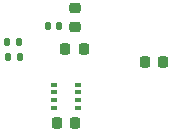
<source format=gbr>
%TF.GenerationSoftware,KiCad,Pcbnew,8.0.5-8.0.5-0~ubuntu22.04.1*%
%TF.CreationDate,2024-09-30T10:34:09+02:00*%
%TF.ProjectId,I2C_Module_SHT85_BME280_FUEL4EP,4932435f-4d6f-4647-956c-655f53485438,V1.4*%
%TF.SameCoordinates,Original*%
%TF.FileFunction,Paste,Top*%
%TF.FilePolarity,Positive*%
%FSLAX46Y46*%
G04 Gerber Fmt 4.6, Leading zero omitted, Abs format (unit mm)*
G04 Created by KiCad (PCBNEW 8.0.5-8.0.5-0~ubuntu22.04.1) date 2024-09-30 10:34:09*
%MOMM*%
%LPD*%
G01*
G04 APERTURE LIST*
G04 Aperture macros list*
%AMRoundRect*
0 Rectangle with rounded corners*
0 $1 Rounding radius*
0 $2 $3 $4 $5 $6 $7 $8 $9 X,Y pos of 4 corners*
0 Add a 4 corners polygon primitive as box body*
4,1,4,$2,$3,$4,$5,$6,$7,$8,$9,$2,$3,0*
0 Add four circle primitives for the rounded corners*
1,1,$1+$1,$2,$3*
1,1,$1+$1,$4,$5*
1,1,$1+$1,$6,$7*
1,1,$1+$1,$8,$9*
0 Add four rect primitives between the rounded corners*
20,1,$1+$1,$2,$3,$4,$5,0*
20,1,$1+$1,$4,$5,$6,$7,0*
20,1,$1+$1,$6,$7,$8,$9,0*
20,1,$1+$1,$8,$9,$2,$3,0*%
G04 Aperture macros list end*
%ADD10RoundRect,0.225000X0.250000X-0.225000X0.250000X0.225000X-0.250000X0.225000X-0.250000X-0.225000X0*%
%ADD11RoundRect,0.147500X-0.147500X-0.172500X0.147500X-0.172500X0.147500X0.172500X-0.147500X0.172500X0*%
%ADD12R,0.500000X0.350000*%
%ADD13RoundRect,0.225000X0.225000X0.250000X-0.225000X0.250000X-0.225000X-0.250000X0.225000X-0.250000X0*%
%ADD14RoundRect,0.135000X0.135000X0.185000X-0.135000X0.185000X-0.135000X-0.185000X0.135000X-0.185000X0*%
%ADD15RoundRect,0.225000X-0.225000X-0.250000X0.225000X-0.250000X0.225000X0.250000X-0.225000X0.250000X0*%
G04 APERTURE END LIST*
D10*
%TO.C,C1*%
X12300000Y9975000D03*
X12300000Y11525000D03*
%TD*%
D11*
%TO.C,FB1*%
X10015000Y10000000D03*
X10985000Y10000000D03*
%TD*%
D12*
%TO.C,U1*%
X10525000Y3125000D03*
X10525000Y3775000D03*
X10525000Y4425000D03*
X10525000Y5075000D03*
X12575000Y5075000D03*
X12575000Y4425000D03*
X12575000Y3775000D03*
X12575000Y3125000D03*
%TD*%
D13*
%TO.C,C3*%
X13075000Y8100000D03*
X11525000Y8100000D03*
%TD*%
D14*
%TO.C,R1*%
X7622000Y8636000D03*
X6602000Y8636000D03*
%TD*%
D15*
%TO.C,C4*%
X10775000Y1800000D03*
X12325000Y1800000D03*
%TD*%
D14*
%TO.C,R2*%
X7642000Y7421000D03*
X6622000Y7421000D03*
%TD*%
D15*
%TO.C,C2*%
X18275000Y7000000D03*
X19825000Y7000000D03*
%TD*%
M02*

</source>
